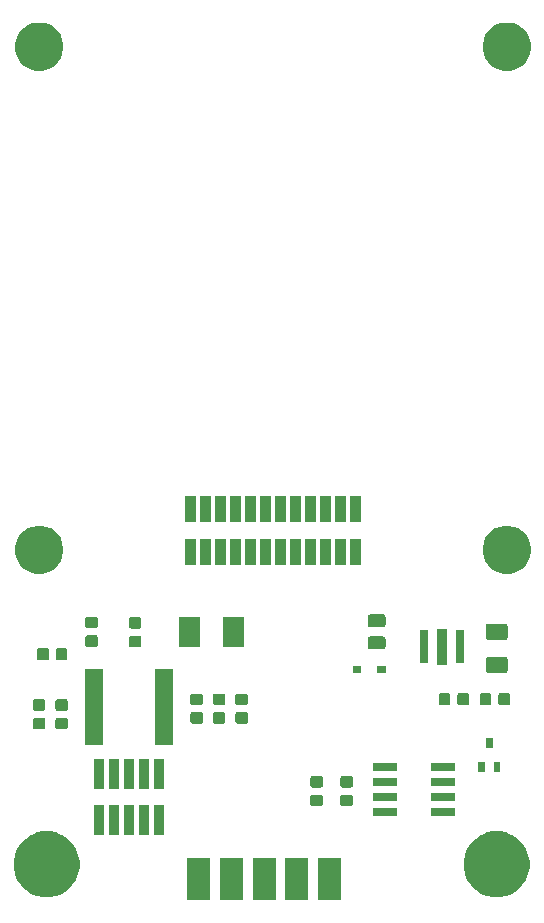
<source format=gbr>
G04 #@! TF.GenerationSoftware,KiCad,Pcbnew,(5.1.2)-1*
G04 #@! TF.CreationDate,2019-06-16T12:12:28+02:00*
G04 #@! TF.ProjectId,STM32CAN,53544d33-3243-4414-9e2e-6b696361645f,rev?*
G04 #@! TF.SameCoordinates,Original*
G04 #@! TF.FileFunction,Soldermask,Top*
G04 #@! TF.FilePolarity,Negative*
%FSLAX46Y46*%
G04 Gerber Fmt 4.6, Leading zero omitted, Abs format (unit mm)*
G04 Created by KiCad (PCBNEW (5.1.2)-1) date 2019-06-16 12:12:28*
%MOMM*%
%LPD*%
G04 APERTURE LIST*
%ADD10C,0.100000*%
G04 APERTURE END LIST*
D10*
G36*
X44614333Y-91326000D02*
G01*
X42665667Y-91326000D01*
X42665667Y-87744000D01*
X44614333Y-87744000D01*
X44614333Y-91326000D01*
X44614333Y-91326000D01*
G37*
G36*
X41844333Y-91326000D02*
G01*
X39895667Y-91326000D01*
X39895667Y-87744000D01*
X41844333Y-87744000D01*
X41844333Y-91326000D01*
X41844333Y-91326000D01*
G37*
G36*
X39074333Y-91326000D02*
G01*
X37125667Y-91326000D01*
X37125667Y-87744000D01*
X39074333Y-87744000D01*
X39074333Y-91326000D01*
X39074333Y-91326000D01*
G37*
G36*
X33534333Y-91326000D02*
G01*
X31585667Y-91326000D01*
X31585667Y-87744000D01*
X33534333Y-87744000D01*
X33534333Y-91326000D01*
X33534333Y-91326000D01*
G37*
G36*
X36304333Y-91326000D02*
G01*
X34355667Y-91326000D01*
X34355667Y-87744000D01*
X36304333Y-87744000D01*
X36304333Y-91326000D01*
X36304333Y-91326000D01*
G37*
G36*
X20502021Y-85571640D02*
G01*
X20935033Y-85751000D01*
X21011771Y-85782786D01*
X21470534Y-86089321D01*
X21860679Y-86479466D01*
X22167214Y-86938229D01*
X22167215Y-86938231D01*
X22378360Y-87447979D01*
X22486000Y-87989124D01*
X22486000Y-88540876D01*
X22378360Y-89082021D01*
X22167215Y-89591769D01*
X22167214Y-89591771D01*
X21860679Y-90050534D01*
X21470534Y-90440679D01*
X21011771Y-90747214D01*
X21011770Y-90747215D01*
X21011769Y-90747215D01*
X20502021Y-90958360D01*
X19960876Y-91066000D01*
X19409124Y-91066000D01*
X18867979Y-90958360D01*
X18358231Y-90747215D01*
X18358230Y-90747215D01*
X18358229Y-90747214D01*
X17899466Y-90440679D01*
X17509321Y-90050534D01*
X17202786Y-89591771D01*
X17202785Y-89591769D01*
X16991640Y-89082021D01*
X16884000Y-88540876D01*
X16884000Y-87989124D01*
X16991640Y-87447979D01*
X17202785Y-86938231D01*
X17202786Y-86938229D01*
X17509321Y-86479466D01*
X17899466Y-86089321D01*
X18358229Y-85782786D01*
X18434967Y-85751000D01*
X18867979Y-85571640D01*
X19409124Y-85464000D01*
X19960876Y-85464000D01*
X20502021Y-85571640D01*
X20502021Y-85571640D01*
G37*
G36*
X58602021Y-85571640D02*
G01*
X59035033Y-85751000D01*
X59111771Y-85782786D01*
X59570534Y-86089321D01*
X59960679Y-86479466D01*
X60267214Y-86938229D01*
X60267215Y-86938231D01*
X60478360Y-87447979D01*
X60586000Y-87989124D01*
X60586000Y-88540876D01*
X60478360Y-89082021D01*
X60267215Y-89591769D01*
X60267214Y-89591771D01*
X59960679Y-90050534D01*
X59570534Y-90440679D01*
X59111771Y-90747214D01*
X59111770Y-90747215D01*
X59111769Y-90747215D01*
X58602021Y-90958360D01*
X58060876Y-91066000D01*
X57509124Y-91066000D01*
X56967979Y-90958360D01*
X56458231Y-90747215D01*
X56458230Y-90747215D01*
X56458229Y-90747214D01*
X55999466Y-90440679D01*
X55609321Y-90050534D01*
X55302786Y-89591771D01*
X55302785Y-89591769D01*
X55091640Y-89082021D01*
X54984000Y-88540876D01*
X54984000Y-87989124D01*
X55091640Y-87447979D01*
X55302785Y-86938231D01*
X55302786Y-86938229D01*
X55609321Y-86479466D01*
X55999466Y-86089321D01*
X56458229Y-85782786D01*
X56534967Y-85751000D01*
X56967979Y-85571640D01*
X57509124Y-85464000D01*
X58060876Y-85464000D01*
X58602021Y-85571640D01*
X58602021Y-85571640D01*
G37*
G36*
X28361000Y-85751000D02*
G01*
X27519000Y-85751000D01*
X27519000Y-83249000D01*
X28361000Y-83249000D01*
X28361000Y-85751000D01*
X28361000Y-85751000D01*
G37*
G36*
X29631000Y-85751000D02*
G01*
X28789000Y-85751000D01*
X28789000Y-83249000D01*
X29631000Y-83249000D01*
X29631000Y-85751000D01*
X29631000Y-85751000D01*
G37*
G36*
X24551000Y-85751000D02*
G01*
X23709000Y-85751000D01*
X23709000Y-83249000D01*
X24551000Y-83249000D01*
X24551000Y-85751000D01*
X24551000Y-85751000D01*
G37*
G36*
X25821000Y-85751000D02*
G01*
X24979000Y-85751000D01*
X24979000Y-83249000D01*
X25821000Y-83249000D01*
X25821000Y-85751000D01*
X25821000Y-85751000D01*
G37*
G36*
X27091000Y-85751000D02*
G01*
X26249000Y-85751000D01*
X26249000Y-83249000D01*
X27091000Y-83249000D01*
X27091000Y-85751000D01*
X27091000Y-85751000D01*
G37*
G36*
X49259928Y-83471764D02*
G01*
X49281009Y-83478160D01*
X49300445Y-83488548D01*
X49317476Y-83502524D01*
X49331452Y-83519555D01*
X49341840Y-83538991D01*
X49348236Y-83560072D01*
X49351000Y-83588140D01*
X49351000Y-84051860D01*
X49348236Y-84079928D01*
X49341840Y-84101009D01*
X49331452Y-84120445D01*
X49317476Y-84137476D01*
X49300445Y-84151452D01*
X49281009Y-84161840D01*
X49259928Y-84168236D01*
X49231860Y-84171000D01*
X47418140Y-84171000D01*
X47390072Y-84168236D01*
X47368991Y-84161840D01*
X47349555Y-84151452D01*
X47332524Y-84137476D01*
X47318548Y-84120445D01*
X47308160Y-84101009D01*
X47301764Y-84079928D01*
X47299000Y-84051860D01*
X47299000Y-83588140D01*
X47301764Y-83560072D01*
X47308160Y-83538991D01*
X47318548Y-83519555D01*
X47332524Y-83502524D01*
X47349555Y-83488548D01*
X47368991Y-83478160D01*
X47390072Y-83471764D01*
X47418140Y-83469000D01*
X49231860Y-83469000D01*
X49259928Y-83471764D01*
X49259928Y-83471764D01*
G37*
G36*
X54209928Y-83471764D02*
G01*
X54231009Y-83478160D01*
X54250445Y-83488548D01*
X54267476Y-83502524D01*
X54281452Y-83519555D01*
X54291840Y-83538991D01*
X54298236Y-83560072D01*
X54301000Y-83588140D01*
X54301000Y-84051860D01*
X54298236Y-84079928D01*
X54291840Y-84101009D01*
X54281452Y-84120445D01*
X54267476Y-84137476D01*
X54250445Y-84151452D01*
X54231009Y-84161840D01*
X54209928Y-84168236D01*
X54181860Y-84171000D01*
X52368140Y-84171000D01*
X52340072Y-84168236D01*
X52318991Y-84161840D01*
X52299555Y-84151452D01*
X52282524Y-84137476D01*
X52268548Y-84120445D01*
X52258160Y-84101009D01*
X52251764Y-84079928D01*
X52249000Y-84051860D01*
X52249000Y-83588140D01*
X52251764Y-83560072D01*
X52258160Y-83538991D01*
X52268548Y-83519555D01*
X52282524Y-83502524D01*
X52299555Y-83488548D01*
X52318991Y-83478160D01*
X52340072Y-83471764D01*
X52368140Y-83469000D01*
X54181860Y-83469000D01*
X54209928Y-83471764D01*
X54209928Y-83471764D01*
G37*
G36*
X42924591Y-82370585D02*
G01*
X42958569Y-82380893D01*
X42989890Y-82397634D01*
X43017339Y-82420161D01*
X43039866Y-82447610D01*
X43056607Y-82478931D01*
X43066915Y-82512909D01*
X43071000Y-82554390D01*
X43071000Y-83155610D01*
X43066915Y-83197091D01*
X43056607Y-83231069D01*
X43039866Y-83262390D01*
X43017339Y-83289839D01*
X42989890Y-83312366D01*
X42958569Y-83329107D01*
X42924591Y-83339415D01*
X42883110Y-83343500D01*
X42206890Y-83343500D01*
X42165409Y-83339415D01*
X42131431Y-83329107D01*
X42100110Y-83312366D01*
X42072661Y-83289839D01*
X42050134Y-83262390D01*
X42033393Y-83231069D01*
X42023085Y-83197091D01*
X42019000Y-83155610D01*
X42019000Y-82554390D01*
X42023085Y-82512909D01*
X42033393Y-82478931D01*
X42050134Y-82447610D01*
X42072661Y-82420161D01*
X42100110Y-82397634D01*
X42131431Y-82380893D01*
X42165409Y-82370585D01*
X42206890Y-82366500D01*
X42883110Y-82366500D01*
X42924591Y-82370585D01*
X42924591Y-82370585D01*
G37*
G36*
X45464591Y-82370585D02*
G01*
X45498569Y-82380893D01*
X45529890Y-82397634D01*
X45557339Y-82420161D01*
X45579866Y-82447610D01*
X45596607Y-82478931D01*
X45606915Y-82512909D01*
X45611000Y-82554390D01*
X45611000Y-83155610D01*
X45606915Y-83197091D01*
X45596607Y-83231069D01*
X45579866Y-83262390D01*
X45557339Y-83289839D01*
X45529890Y-83312366D01*
X45498569Y-83329107D01*
X45464591Y-83339415D01*
X45423110Y-83343500D01*
X44746890Y-83343500D01*
X44705409Y-83339415D01*
X44671431Y-83329107D01*
X44640110Y-83312366D01*
X44612661Y-83289839D01*
X44590134Y-83262390D01*
X44573393Y-83231069D01*
X44563085Y-83197091D01*
X44559000Y-83155610D01*
X44559000Y-82554390D01*
X44563085Y-82512909D01*
X44573393Y-82478931D01*
X44590134Y-82447610D01*
X44612661Y-82420161D01*
X44640110Y-82397634D01*
X44671431Y-82380893D01*
X44705409Y-82370585D01*
X44746890Y-82366500D01*
X45423110Y-82366500D01*
X45464591Y-82370585D01*
X45464591Y-82370585D01*
G37*
G36*
X49259928Y-82201764D02*
G01*
X49281009Y-82208160D01*
X49300445Y-82218548D01*
X49317476Y-82232524D01*
X49331452Y-82249555D01*
X49341840Y-82268991D01*
X49348236Y-82290072D01*
X49351000Y-82318140D01*
X49351000Y-82781860D01*
X49348236Y-82809928D01*
X49341840Y-82831009D01*
X49331452Y-82850445D01*
X49317476Y-82867476D01*
X49300445Y-82881452D01*
X49281009Y-82891840D01*
X49259928Y-82898236D01*
X49231860Y-82901000D01*
X47418140Y-82901000D01*
X47390072Y-82898236D01*
X47368991Y-82891840D01*
X47349555Y-82881452D01*
X47332524Y-82867476D01*
X47318548Y-82850445D01*
X47308160Y-82831009D01*
X47301764Y-82809928D01*
X47299000Y-82781860D01*
X47299000Y-82318140D01*
X47301764Y-82290072D01*
X47308160Y-82268991D01*
X47318548Y-82249555D01*
X47332524Y-82232524D01*
X47349555Y-82218548D01*
X47368991Y-82208160D01*
X47390072Y-82201764D01*
X47418140Y-82199000D01*
X49231860Y-82199000D01*
X49259928Y-82201764D01*
X49259928Y-82201764D01*
G37*
G36*
X54209928Y-82201764D02*
G01*
X54231009Y-82208160D01*
X54250445Y-82218548D01*
X54267476Y-82232524D01*
X54281452Y-82249555D01*
X54291840Y-82268991D01*
X54298236Y-82290072D01*
X54301000Y-82318140D01*
X54301000Y-82781860D01*
X54298236Y-82809928D01*
X54291840Y-82831009D01*
X54281452Y-82850445D01*
X54267476Y-82867476D01*
X54250445Y-82881452D01*
X54231009Y-82891840D01*
X54209928Y-82898236D01*
X54181860Y-82901000D01*
X52368140Y-82901000D01*
X52340072Y-82898236D01*
X52318991Y-82891840D01*
X52299555Y-82881452D01*
X52282524Y-82867476D01*
X52268548Y-82850445D01*
X52258160Y-82831009D01*
X52251764Y-82809928D01*
X52249000Y-82781860D01*
X52249000Y-82318140D01*
X52251764Y-82290072D01*
X52258160Y-82268991D01*
X52268548Y-82249555D01*
X52282524Y-82232524D01*
X52299555Y-82218548D01*
X52318991Y-82208160D01*
X52340072Y-82201764D01*
X52368140Y-82199000D01*
X54181860Y-82199000D01*
X54209928Y-82201764D01*
X54209928Y-82201764D01*
G37*
G36*
X24551000Y-81851000D02*
G01*
X23709000Y-81851000D01*
X23709000Y-79349000D01*
X24551000Y-79349000D01*
X24551000Y-81851000D01*
X24551000Y-81851000D01*
G37*
G36*
X25821000Y-81851000D02*
G01*
X24979000Y-81851000D01*
X24979000Y-79349000D01*
X25821000Y-79349000D01*
X25821000Y-81851000D01*
X25821000Y-81851000D01*
G37*
G36*
X27091000Y-81851000D02*
G01*
X26249000Y-81851000D01*
X26249000Y-79349000D01*
X27091000Y-79349000D01*
X27091000Y-81851000D01*
X27091000Y-81851000D01*
G37*
G36*
X28361000Y-81851000D02*
G01*
X27519000Y-81851000D01*
X27519000Y-79349000D01*
X28361000Y-79349000D01*
X28361000Y-81851000D01*
X28361000Y-81851000D01*
G37*
G36*
X29631000Y-81851000D02*
G01*
X28789000Y-81851000D01*
X28789000Y-79349000D01*
X29631000Y-79349000D01*
X29631000Y-81851000D01*
X29631000Y-81851000D01*
G37*
G36*
X42924591Y-80795585D02*
G01*
X42958569Y-80805893D01*
X42989890Y-80822634D01*
X43017339Y-80845161D01*
X43039866Y-80872610D01*
X43056607Y-80903931D01*
X43066915Y-80937909D01*
X43071000Y-80979390D01*
X43071000Y-81580610D01*
X43066915Y-81622091D01*
X43056607Y-81656069D01*
X43039866Y-81687390D01*
X43017339Y-81714839D01*
X42989890Y-81737366D01*
X42958569Y-81754107D01*
X42924591Y-81764415D01*
X42883110Y-81768500D01*
X42206890Y-81768500D01*
X42165409Y-81764415D01*
X42131431Y-81754107D01*
X42100110Y-81737366D01*
X42072661Y-81714839D01*
X42050134Y-81687390D01*
X42033393Y-81656069D01*
X42023085Y-81622091D01*
X42019000Y-81580610D01*
X42019000Y-80979390D01*
X42023085Y-80937909D01*
X42033393Y-80903931D01*
X42050134Y-80872610D01*
X42072661Y-80845161D01*
X42100110Y-80822634D01*
X42131431Y-80805893D01*
X42165409Y-80795585D01*
X42206890Y-80791500D01*
X42883110Y-80791500D01*
X42924591Y-80795585D01*
X42924591Y-80795585D01*
G37*
G36*
X45464591Y-80795585D02*
G01*
X45498569Y-80805893D01*
X45529890Y-80822634D01*
X45557339Y-80845161D01*
X45579866Y-80872610D01*
X45596607Y-80903931D01*
X45606915Y-80937909D01*
X45611000Y-80979390D01*
X45611000Y-81580610D01*
X45606915Y-81622091D01*
X45596607Y-81656069D01*
X45579866Y-81687390D01*
X45557339Y-81714839D01*
X45529890Y-81737366D01*
X45498569Y-81754107D01*
X45464591Y-81764415D01*
X45423110Y-81768500D01*
X44746890Y-81768500D01*
X44705409Y-81764415D01*
X44671431Y-81754107D01*
X44640110Y-81737366D01*
X44612661Y-81714839D01*
X44590134Y-81687390D01*
X44573393Y-81656069D01*
X44563085Y-81622091D01*
X44559000Y-81580610D01*
X44559000Y-80979390D01*
X44563085Y-80937909D01*
X44573393Y-80903931D01*
X44590134Y-80872610D01*
X44612661Y-80845161D01*
X44640110Y-80822634D01*
X44671431Y-80805893D01*
X44705409Y-80795585D01*
X44746890Y-80791500D01*
X45423110Y-80791500D01*
X45464591Y-80795585D01*
X45464591Y-80795585D01*
G37*
G36*
X49259928Y-80931764D02*
G01*
X49281009Y-80938160D01*
X49300445Y-80948548D01*
X49317476Y-80962524D01*
X49331452Y-80979555D01*
X49341840Y-80998991D01*
X49348236Y-81020072D01*
X49351000Y-81048140D01*
X49351000Y-81511860D01*
X49348236Y-81539928D01*
X49341840Y-81561009D01*
X49331452Y-81580445D01*
X49317476Y-81597476D01*
X49300445Y-81611452D01*
X49281009Y-81621840D01*
X49259928Y-81628236D01*
X49231860Y-81631000D01*
X47418140Y-81631000D01*
X47390072Y-81628236D01*
X47368991Y-81621840D01*
X47349555Y-81611452D01*
X47332524Y-81597476D01*
X47318548Y-81580445D01*
X47308160Y-81561009D01*
X47301764Y-81539928D01*
X47299000Y-81511860D01*
X47299000Y-81048140D01*
X47301764Y-81020072D01*
X47308160Y-80998991D01*
X47318548Y-80979555D01*
X47332524Y-80962524D01*
X47349555Y-80948548D01*
X47368991Y-80938160D01*
X47390072Y-80931764D01*
X47418140Y-80929000D01*
X49231860Y-80929000D01*
X49259928Y-80931764D01*
X49259928Y-80931764D01*
G37*
G36*
X54209928Y-80931764D02*
G01*
X54231009Y-80938160D01*
X54250445Y-80948548D01*
X54267476Y-80962524D01*
X54281452Y-80979555D01*
X54291840Y-80998991D01*
X54298236Y-81020072D01*
X54301000Y-81048140D01*
X54301000Y-81511860D01*
X54298236Y-81539928D01*
X54291840Y-81561009D01*
X54281452Y-81580445D01*
X54267476Y-81597476D01*
X54250445Y-81611452D01*
X54231009Y-81621840D01*
X54209928Y-81628236D01*
X54181860Y-81631000D01*
X52368140Y-81631000D01*
X52340072Y-81628236D01*
X52318991Y-81621840D01*
X52299555Y-81611452D01*
X52282524Y-81597476D01*
X52268548Y-81580445D01*
X52258160Y-81561009D01*
X52251764Y-81539928D01*
X52249000Y-81511860D01*
X52249000Y-81048140D01*
X52251764Y-81020072D01*
X52258160Y-80998991D01*
X52268548Y-80979555D01*
X52282524Y-80962524D01*
X52299555Y-80948548D01*
X52318991Y-80938160D01*
X52340072Y-80931764D01*
X52368140Y-80929000D01*
X54181860Y-80929000D01*
X54209928Y-80931764D01*
X54209928Y-80931764D01*
G37*
G36*
X58091000Y-80411000D02*
G01*
X57539000Y-80411000D01*
X57539000Y-79609000D01*
X58091000Y-79609000D01*
X58091000Y-80411000D01*
X58091000Y-80411000D01*
G37*
G36*
X56791000Y-80411000D02*
G01*
X56239000Y-80411000D01*
X56239000Y-79609000D01*
X56791000Y-79609000D01*
X56791000Y-80411000D01*
X56791000Y-80411000D01*
G37*
G36*
X49259928Y-79661764D02*
G01*
X49281009Y-79668160D01*
X49300445Y-79678548D01*
X49317476Y-79692524D01*
X49331452Y-79709555D01*
X49341840Y-79728991D01*
X49348236Y-79750072D01*
X49351000Y-79778140D01*
X49351000Y-80241860D01*
X49348236Y-80269928D01*
X49341840Y-80291009D01*
X49331452Y-80310445D01*
X49317476Y-80327476D01*
X49300445Y-80341452D01*
X49281009Y-80351840D01*
X49259928Y-80358236D01*
X49231860Y-80361000D01*
X47418140Y-80361000D01*
X47390072Y-80358236D01*
X47368991Y-80351840D01*
X47349555Y-80341452D01*
X47332524Y-80327476D01*
X47318548Y-80310445D01*
X47308160Y-80291009D01*
X47301764Y-80269928D01*
X47299000Y-80241860D01*
X47299000Y-79778140D01*
X47301764Y-79750072D01*
X47308160Y-79728991D01*
X47318548Y-79709555D01*
X47332524Y-79692524D01*
X47349555Y-79678548D01*
X47368991Y-79668160D01*
X47390072Y-79661764D01*
X47418140Y-79659000D01*
X49231860Y-79659000D01*
X49259928Y-79661764D01*
X49259928Y-79661764D01*
G37*
G36*
X54209928Y-79661764D02*
G01*
X54231009Y-79668160D01*
X54250445Y-79678548D01*
X54267476Y-79692524D01*
X54281452Y-79709555D01*
X54291840Y-79728991D01*
X54298236Y-79750072D01*
X54301000Y-79778140D01*
X54301000Y-80241860D01*
X54298236Y-80269928D01*
X54291840Y-80291009D01*
X54281452Y-80310445D01*
X54267476Y-80327476D01*
X54250445Y-80341452D01*
X54231009Y-80351840D01*
X54209928Y-80358236D01*
X54181860Y-80361000D01*
X52368140Y-80361000D01*
X52340072Y-80358236D01*
X52318991Y-80351840D01*
X52299555Y-80341452D01*
X52282524Y-80327476D01*
X52268548Y-80310445D01*
X52258160Y-80291009D01*
X52251764Y-80269928D01*
X52249000Y-80241860D01*
X52249000Y-79778140D01*
X52251764Y-79750072D01*
X52258160Y-79728991D01*
X52268548Y-79709555D01*
X52282524Y-79692524D01*
X52299555Y-79678548D01*
X52318991Y-79668160D01*
X52340072Y-79661764D01*
X52368140Y-79659000D01*
X54181860Y-79659000D01*
X54209928Y-79661764D01*
X54209928Y-79661764D01*
G37*
G36*
X57441000Y-78411000D02*
G01*
X56889000Y-78411000D01*
X56889000Y-77609000D01*
X57441000Y-77609000D01*
X57441000Y-78411000D01*
X57441000Y-78411000D01*
G37*
G36*
X30396000Y-78131000D02*
G01*
X28844000Y-78131000D01*
X28844000Y-71729000D01*
X30396000Y-71729000D01*
X30396000Y-78131000D01*
X30396000Y-78131000D01*
G37*
G36*
X24496000Y-78131000D02*
G01*
X22944000Y-78131000D01*
X22944000Y-71729000D01*
X24496000Y-71729000D01*
X24496000Y-78131000D01*
X24496000Y-78131000D01*
G37*
G36*
X21334591Y-75868085D02*
G01*
X21368569Y-75878393D01*
X21399890Y-75895134D01*
X21427339Y-75917661D01*
X21449866Y-75945110D01*
X21466607Y-75976431D01*
X21476915Y-76010409D01*
X21481000Y-76051890D01*
X21481000Y-76653110D01*
X21476915Y-76694591D01*
X21466607Y-76728569D01*
X21449866Y-76759890D01*
X21427339Y-76787339D01*
X21399890Y-76809866D01*
X21368569Y-76826607D01*
X21334591Y-76836915D01*
X21293110Y-76841000D01*
X20616890Y-76841000D01*
X20575409Y-76836915D01*
X20541431Y-76826607D01*
X20510110Y-76809866D01*
X20482661Y-76787339D01*
X20460134Y-76759890D01*
X20443393Y-76728569D01*
X20433085Y-76694591D01*
X20429000Y-76653110D01*
X20429000Y-76051890D01*
X20433085Y-76010409D01*
X20443393Y-75976431D01*
X20460134Y-75945110D01*
X20482661Y-75917661D01*
X20510110Y-75895134D01*
X20541431Y-75878393D01*
X20575409Y-75868085D01*
X20616890Y-75864000D01*
X21293110Y-75864000D01*
X21334591Y-75868085D01*
X21334591Y-75868085D01*
G37*
G36*
X19429591Y-75868085D02*
G01*
X19463569Y-75878393D01*
X19494890Y-75895134D01*
X19522339Y-75917661D01*
X19544866Y-75945110D01*
X19561607Y-75976431D01*
X19571915Y-76010409D01*
X19576000Y-76051890D01*
X19576000Y-76653110D01*
X19571915Y-76694591D01*
X19561607Y-76728569D01*
X19544866Y-76759890D01*
X19522339Y-76787339D01*
X19494890Y-76809866D01*
X19463569Y-76826607D01*
X19429591Y-76836915D01*
X19388110Y-76841000D01*
X18711890Y-76841000D01*
X18670409Y-76836915D01*
X18636431Y-76826607D01*
X18605110Y-76809866D01*
X18577661Y-76787339D01*
X18555134Y-76759890D01*
X18538393Y-76728569D01*
X18528085Y-76694591D01*
X18524000Y-76653110D01*
X18524000Y-76051890D01*
X18528085Y-76010409D01*
X18538393Y-75976431D01*
X18555134Y-75945110D01*
X18577661Y-75917661D01*
X18605110Y-75895134D01*
X18636431Y-75878393D01*
X18670409Y-75868085D01*
X18711890Y-75864000D01*
X19388110Y-75864000D01*
X19429591Y-75868085D01*
X19429591Y-75868085D01*
G37*
G36*
X36574591Y-75385585D02*
G01*
X36608569Y-75395893D01*
X36639890Y-75412634D01*
X36667339Y-75435161D01*
X36689866Y-75462610D01*
X36706607Y-75493931D01*
X36716915Y-75527909D01*
X36721000Y-75569390D01*
X36721000Y-76170610D01*
X36716915Y-76212091D01*
X36706607Y-76246069D01*
X36689866Y-76277390D01*
X36667339Y-76304839D01*
X36639890Y-76327366D01*
X36608569Y-76344107D01*
X36574591Y-76354415D01*
X36533110Y-76358500D01*
X35856890Y-76358500D01*
X35815409Y-76354415D01*
X35781431Y-76344107D01*
X35750110Y-76327366D01*
X35722661Y-76304839D01*
X35700134Y-76277390D01*
X35683393Y-76246069D01*
X35673085Y-76212091D01*
X35669000Y-76170610D01*
X35669000Y-75569390D01*
X35673085Y-75527909D01*
X35683393Y-75493931D01*
X35700134Y-75462610D01*
X35722661Y-75435161D01*
X35750110Y-75412634D01*
X35781431Y-75395893D01*
X35815409Y-75385585D01*
X35856890Y-75381500D01*
X36533110Y-75381500D01*
X36574591Y-75385585D01*
X36574591Y-75385585D01*
G37*
G36*
X32764591Y-75385585D02*
G01*
X32798569Y-75395893D01*
X32829890Y-75412634D01*
X32857339Y-75435161D01*
X32879866Y-75462610D01*
X32896607Y-75493931D01*
X32906915Y-75527909D01*
X32911000Y-75569390D01*
X32911000Y-76170610D01*
X32906915Y-76212091D01*
X32896607Y-76246069D01*
X32879866Y-76277390D01*
X32857339Y-76304839D01*
X32829890Y-76327366D01*
X32798569Y-76344107D01*
X32764591Y-76354415D01*
X32723110Y-76358500D01*
X32046890Y-76358500D01*
X32005409Y-76354415D01*
X31971431Y-76344107D01*
X31940110Y-76327366D01*
X31912661Y-76304839D01*
X31890134Y-76277390D01*
X31873393Y-76246069D01*
X31863085Y-76212091D01*
X31859000Y-76170610D01*
X31859000Y-75569390D01*
X31863085Y-75527909D01*
X31873393Y-75493931D01*
X31890134Y-75462610D01*
X31912661Y-75435161D01*
X31940110Y-75412634D01*
X31971431Y-75395893D01*
X32005409Y-75385585D01*
X32046890Y-75381500D01*
X32723110Y-75381500D01*
X32764591Y-75385585D01*
X32764591Y-75385585D01*
G37*
G36*
X34669591Y-75385585D02*
G01*
X34703569Y-75395893D01*
X34734890Y-75412634D01*
X34762339Y-75435161D01*
X34784866Y-75462610D01*
X34801607Y-75493931D01*
X34811915Y-75527909D01*
X34816000Y-75569390D01*
X34816000Y-76170610D01*
X34811915Y-76212091D01*
X34801607Y-76246069D01*
X34784866Y-76277390D01*
X34762339Y-76304839D01*
X34734890Y-76327366D01*
X34703569Y-76344107D01*
X34669591Y-76354415D01*
X34628110Y-76358500D01*
X33951890Y-76358500D01*
X33910409Y-76354415D01*
X33876431Y-76344107D01*
X33845110Y-76327366D01*
X33817661Y-76304839D01*
X33795134Y-76277390D01*
X33778393Y-76246069D01*
X33768085Y-76212091D01*
X33764000Y-76170610D01*
X33764000Y-75569390D01*
X33768085Y-75527909D01*
X33778393Y-75493931D01*
X33795134Y-75462610D01*
X33817661Y-75435161D01*
X33845110Y-75412634D01*
X33876431Y-75395893D01*
X33910409Y-75385585D01*
X33951890Y-75381500D01*
X34628110Y-75381500D01*
X34669591Y-75385585D01*
X34669591Y-75385585D01*
G37*
G36*
X21334591Y-74293085D02*
G01*
X21368569Y-74303393D01*
X21399890Y-74320134D01*
X21427339Y-74342661D01*
X21449866Y-74370110D01*
X21466607Y-74401431D01*
X21476915Y-74435409D01*
X21481000Y-74476890D01*
X21481000Y-75078110D01*
X21476915Y-75119591D01*
X21466607Y-75153569D01*
X21449866Y-75184890D01*
X21427339Y-75212339D01*
X21399890Y-75234866D01*
X21368569Y-75251607D01*
X21334591Y-75261915D01*
X21293110Y-75266000D01*
X20616890Y-75266000D01*
X20575409Y-75261915D01*
X20541431Y-75251607D01*
X20510110Y-75234866D01*
X20482661Y-75212339D01*
X20460134Y-75184890D01*
X20443393Y-75153569D01*
X20433085Y-75119591D01*
X20429000Y-75078110D01*
X20429000Y-74476890D01*
X20433085Y-74435409D01*
X20443393Y-74401431D01*
X20460134Y-74370110D01*
X20482661Y-74342661D01*
X20510110Y-74320134D01*
X20541431Y-74303393D01*
X20575409Y-74293085D01*
X20616890Y-74289000D01*
X21293110Y-74289000D01*
X21334591Y-74293085D01*
X21334591Y-74293085D01*
G37*
G36*
X19429591Y-74293085D02*
G01*
X19463569Y-74303393D01*
X19494890Y-74320134D01*
X19522339Y-74342661D01*
X19544866Y-74370110D01*
X19561607Y-74401431D01*
X19571915Y-74435409D01*
X19576000Y-74476890D01*
X19576000Y-75078110D01*
X19571915Y-75119591D01*
X19561607Y-75153569D01*
X19544866Y-75184890D01*
X19522339Y-75212339D01*
X19494890Y-75234866D01*
X19463569Y-75251607D01*
X19429591Y-75261915D01*
X19388110Y-75266000D01*
X18711890Y-75266000D01*
X18670409Y-75261915D01*
X18636431Y-75251607D01*
X18605110Y-75234866D01*
X18577661Y-75212339D01*
X18555134Y-75184890D01*
X18538393Y-75153569D01*
X18528085Y-75119591D01*
X18524000Y-75078110D01*
X18524000Y-74476890D01*
X18528085Y-74435409D01*
X18538393Y-74401431D01*
X18555134Y-74370110D01*
X18577661Y-74342661D01*
X18605110Y-74320134D01*
X18636431Y-74303393D01*
X18670409Y-74293085D01*
X18711890Y-74289000D01*
X19388110Y-74289000D01*
X19429591Y-74293085D01*
X19429591Y-74293085D01*
G37*
G36*
X53719591Y-73773085D02*
G01*
X53753569Y-73783393D01*
X53784890Y-73800134D01*
X53812339Y-73822661D01*
X53834866Y-73850110D01*
X53851607Y-73881431D01*
X53861915Y-73915409D01*
X53866000Y-73956890D01*
X53866000Y-74633110D01*
X53861915Y-74674591D01*
X53851607Y-74708569D01*
X53834866Y-74739890D01*
X53812339Y-74767339D01*
X53784890Y-74789866D01*
X53753569Y-74806607D01*
X53719591Y-74816915D01*
X53678110Y-74821000D01*
X53076890Y-74821000D01*
X53035409Y-74816915D01*
X53001431Y-74806607D01*
X52970110Y-74789866D01*
X52942661Y-74767339D01*
X52920134Y-74739890D01*
X52903393Y-74708569D01*
X52893085Y-74674591D01*
X52889000Y-74633110D01*
X52889000Y-73956890D01*
X52893085Y-73915409D01*
X52903393Y-73881431D01*
X52920134Y-73850110D01*
X52942661Y-73822661D01*
X52970110Y-73800134D01*
X53001431Y-73783393D01*
X53035409Y-73773085D01*
X53076890Y-73769000D01*
X53678110Y-73769000D01*
X53719591Y-73773085D01*
X53719591Y-73773085D01*
G37*
G36*
X55294591Y-73773085D02*
G01*
X55328569Y-73783393D01*
X55359890Y-73800134D01*
X55387339Y-73822661D01*
X55409866Y-73850110D01*
X55426607Y-73881431D01*
X55436915Y-73915409D01*
X55441000Y-73956890D01*
X55441000Y-74633110D01*
X55436915Y-74674591D01*
X55426607Y-74708569D01*
X55409866Y-74739890D01*
X55387339Y-74767339D01*
X55359890Y-74789866D01*
X55328569Y-74806607D01*
X55294591Y-74816915D01*
X55253110Y-74821000D01*
X54651890Y-74821000D01*
X54610409Y-74816915D01*
X54576431Y-74806607D01*
X54545110Y-74789866D01*
X54517661Y-74767339D01*
X54495134Y-74739890D01*
X54478393Y-74708569D01*
X54468085Y-74674591D01*
X54464000Y-74633110D01*
X54464000Y-73956890D01*
X54468085Y-73915409D01*
X54478393Y-73881431D01*
X54495134Y-73850110D01*
X54517661Y-73822661D01*
X54545110Y-73800134D01*
X54576431Y-73783393D01*
X54610409Y-73773085D01*
X54651890Y-73769000D01*
X55253110Y-73769000D01*
X55294591Y-73773085D01*
X55294591Y-73773085D01*
G37*
G36*
X57187091Y-73773085D02*
G01*
X57221069Y-73783393D01*
X57252390Y-73800134D01*
X57279839Y-73822661D01*
X57302366Y-73850110D01*
X57319107Y-73881431D01*
X57329415Y-73915409D01*
X57333500Y-73956890D01*
X57333500Y-74633110D01*
X57329415Y-74674591D01*
X57319107Y-74708569D01*
X57302366Y-74739890D01*
X57279839Y-74767339D01*
X57252390Y-74789866D01*
X57221069Y-74806607D01*
X57187091Y-74816915D01*
X57145610Y-74821000D01*
X56544390Y-74821000D01*
X56502909Y-74816915D01*
X56468931Y-74806607D01*
X56437610Y-74789866D01*
X56410161Y-74767339D01*
X56387634Y-74739890D01*
X56370893Y-74708569D01*
X56360585Y-74674591D01*
X56356500Y-74633110D01*
X56356500Y-73956890D01*
X56360585Y-73915409D01*
X56370893Y-73881431D01*
X56387634Y-73850110D01*
X56410161Y-73822661D01*
X56437610Y-73800134D01*
X56468931Y-73783393D01*
X56502909Y-73773085D01*
X56544390Y-73769000D01*
X57145610Y-73769000D01*
X57187091Y-73773085D01*
X57187091Y-73773085D01*
G37*
G36*
X58762091Y-73773085D02*
G01*
X58796069Y-73783393D01*
X58827390Y-73800134D01*
X58854839Y-73822661D01*
X58877366Y-73850110D01*
X58894107Y-73881431D01*
X58904415Y-73915409D01*
X58908500Y-73956890D01*
X58908500Y-74633110D01*
X58904415Y-74674591D01*
X58894107Y-74708569D01*
X58877366Y-74739890D01*
X58854839Y-74767339D01*
X58827390Y-74789866D01*
X58796069Y-74806607D01*
X58762091Y-74816915D01*
X58720610Y-74821000D01*
X58119390Y-74821000D01*
X58077909Y-74816915D01*
X58043931Y-74806607D01*
X58012610Y-74789866D01*
X57985161Y-74767339D01*
X57962634Y-74739890D01*
X57945893Y-74708569D01*
X57935585Y-74674591D01*
X57931500Y-74633110D01*
X57931500Y-73956890D01*
X57935585Y-73915409D01*
X57945893Y-73881431D01*
X57962634Y-73850110D01*
X57985161Y-73822661D01*
X58012610Y-73800134D01*
X58043931Y-73783393D01*
X58077909Y-73773085D01*
X58119390Y-73769000D01*
X58720610Y-73769000D01*
X58762091Y-73773085D01*
X58762091Y-73773085D01*
G37*
G36*
X36574591Y-73810585D02*
G01*
X36608569Y-73820893D01*
X36639890Y-73837634D01*
X36667339Y-73860161D01*
X36689866Y-73887610D01*
X36706607Y-73918931D01*
X36716915Y-73952909D01*
X36721000Y-73994390D01*
X36721000Y-74595610D01*
X36716915Y-74637091D01*
X36706607Y-74671069D01*
X36689866Y-74702390D01*
X36667339Y-74729839D01*
X36639890Y-74752366D01*
X36608569Y-74769107D01*
X36574591Y-74779415D01*
X36533110Y-74783500D01*
X35856890Y-74783500D01*
X35815409Y-74779415D01*
X35781431Y-74769107D01*
X35750110Y-74752366D01*
X35722661Y-74729839D01*
X35700134Y-74702390D01*
X35683393Y-74671069D01*
X35673085Y-74637091D01*
X35669000Y-74595610D01*
X35669000Y-73994390D01*
X35673085Y-73952909D01*
X35683393Y-73918931D01*
X35700134Y-73887610D01*
X35722661Y-73860161D01*
X35750110Y-73837634D01*
X35781431Y-73820893D01*
X35815409Y-73810585D01*
X35856890Y-73806500D01*
X36533110Y-73806500D01*
X36574591Y-73810585D01*
X36574591Y-73810585D01*
G37*
G36*
X32764591Y-73810585D02*
G01*
X32798569Y-73820893D01*
X32829890Y-73837634D01*
X32857339Y-73860161D01*
X32879866Y-73887610D01*
X32896607Y-73918931D01*
X32906915Y-73952909D01*
X32911000Y-73994390D01*
X32911000Y-74595610D01*
X32906915Y-74637091D01*
X32896607Y-74671069D01*
X32879866Y-74702390D01*
X32857339Y-74729839D01*
X32829890Y-74752366D01*
X32798569Y-74769107D01*
X32764591Y-74779415D01*
X32723110Y-74783500D01*
X32046890Y-74783500D01*
X32005409Y-74779415D01*
X31971431Y-74769107D01*
X31940110Y-74752366D01*
X31912661Y-74729839D01*
X31890134Y-74702390D01*
X31873393Y-74671069D01*
X31863085Y-74637091D01*
X31859000Y-74595610D01*
X31859000Y-73994390D01*
X31863085Y-73952909D01*
X31873393Y-73918931D01*
X31890134Y-73887610D01*
X31912661Y-73860161D01*
X31940110Y-73837634D01*
X31971431Y-73820893D01*
X32005409Y-73810585D01*
X32046890Y-73806500D01*
X32723110Y-73806500D01*
X32764591Y-73810585D01*
X32764591Y-73810585D01*
G37*
G36*
X34669591Y-73810585D02*
G01*
X34703569Y-73820893D01*
X34734890Y-73837634D01*
X34762339Y-73860161D01*
X34784866Y-73887610D01*
X34801607Y-73918931D01*
X34811915Y-73952909D01*
X34816000Y-73994390D01*
X34816000Y-74595610D01*
X34811915Y-74637091D01*
X34801607Y-74671069D01*
X34784866Y-74702390D01*
X34762339Y-74729839D01*
X34734890Y-74752366D01*
X34703569Y-74769107D01*
X34669591Y-74779415D01*
X34628110Y-74783500D01*
X33951890Y-74783500D01*
X33910409Y-74779415D01*
X33876431Y-74769107D01*
X33845110Y-74752366D01*
X33817661Y-74729839D01*
X33795134Y-74702390D01*
X33778393Y-74671069D01*
X33768085Y-74637091D01*
X33764000Y-74595610D01*
X33764000Y-73994390D01*
X33768085Y-73952909D01*
X33778393Y-73918931D01*
X33795134Y-73887610D01*
X33817661Y-73860161D01*
X33845110Y-73837634D01*
X33876431Y-73820893D01*
X33910409Y-73810585D01*
X33951890Y-73806500D01*
X34628110Y-73806500D01*
X34669591Y-73810585D01*
X34669591Y-73810585D01*
G37*
G36*
X58553604Y-70708347D02*
G01*
X58590144Y-70719432D01*
X58623821Y-70737433D01*
X58653341Y-70761659D01*
X58677567Y-70791179D01*
X58695568Y-70824856D01*
X58706653Y-70861396D01*
X58711000Y-70905538D01*
X58711000Y-71854462D01*
X58706653Y-71898604D01*
X58695568Y-71935144D01*
X58677567Y-71968821D01*
X58653341Y-71998341D01*
X58623821Y-72022567D01*
X58590144Y-72040568D01*
X58553604Y-72051653D01*
X58509462Y-72056000D01*
X57060538Y-72056000D01*
X57016396Y-72051653D01*
X56979856Y-72040568D01*
X56946179Y-72022567D01*
X56916659Y-71998341D01*
X56892433Y-71968821D01*
X56874432Y-71935144D01*
X56863347Y-71898604D01*
X56859000Y-71854462D01*
X56859000Y-70905538D01*
X56863347Y-70861396D01*
X56874432Y-70824856D01*
X56892433Y-70791179D01*
X56916659Y-70761659D01*
X56946179Y-70737433D01*
X56979856Y-70719432D01*
X57016396Y-70708347D01*
X57060538Y-70704000D01*
X58509462Y-70704000D01*
X58553604Y-70708347D01*
X58553604Y-70708347D01*
G37*
G36*
X46291000Y-72031000D02*
G01*
X45589000Y-72031000D01*
X45589000Y-71479000D01*
X46291000Y-71479000D01*
X46291000Y-72031000D01*
X46291000Y-72031000D01*
G37*
G36*
X48391000Y-72031000D02*
G01*
X47689000Y-72031000D01*
X47689000Y-71479000D01*
X48391000Y-71479000D01*
X48391000Y-72031000D01*
X48391000Y-72031000D01*
G37*
G36*
X53556000Y-71351000D02*
G01*
X52754000Y-71351000D01*
X52754000Y-68349000D01*
X53556000Y-68349000D01*
X53556000Y-71351000D01*
X53556000Y-71351000D01*
G37*
G36*
X55056000Y-71251000D02*
G01*
X54304000Y-71251000D01*
X54304000Y-68449000D01*
X55056000Y-68449000D01*
X55056000Y-71251000D01*
X55056000Y-71251000D01*
G37*
G36*
X52006000Y-71251000D02*
G01*
X51254000Y-71251000D01*
X51254000Y-68449000D01*
X52006000Y-68449000D01*
X52006000Y-71251000D01*
X52006000Y-71251000D01*
G37*
G36*
X21297091Y-69963085D02*
G01*
X21331069Y-69973393D01*
X21362390Y-69990134D01*
X21389839Y-70012661D01*
X21412366Y-70040110D01*
X21429107Y-70071431D01*
X21439415Y-70105409D01*
X21443500Y-70146890D01*
X21443500Y-70823110D01*
X21439415Y-70864591D01*
X21429107Y-70898569D01*
X21412366Y-70929890D01*
X21389839Y-70957339D01*
X21362390Y-70979866D01*
X21331069Y-70996607D01*
X21297091Y-71006915D01*
X21255610Y-71011000D01*
X20654390Y-71011000D01*
X20612909Y-71006915D01*
X20578931Y-70996607D01*
X20547610Y-70979866D01*
X20520161Y-70957339D01*
X20497634Y-70929890D01*
X20480893Y-70898569D01*
X20470585Y-70864591D01*
X20466500Y-70823110D01*
X20466500Y-70146890D01*
X20470585Y-70105409D01*
X20480893Y-70071431D01*
X20497634Y-70040110D01*
X20520161Y-70012661D01*
X20547610Y-69990134D01*
X20578931Y-69973393D01*
X20612909Y-69963085D01*
X20654390Y-69959000D01*
X21255610Y-69959000D01*
X21297091Y-69963085D01*
X21297091Y-69963085D01*
G37*
G36*
X19722091Y-69963085D02*
G01*
X19756069Y-69973393D01*
X19787390Y-69990134D01*
X19814839Y-70012661D01*
X19837366Y-70040110D01*
X19854107Y-70071431D01*
X19864415Y-70105409D01*
X19868500Y-70146890D01*
X19868500Y-70823110D01*
X19864415Y-70864591D01*
X19854107Y-70898569D01*
X19837366Y-70929890D01*
X19814839Y-70957339D01*
X19787390Y-70979866D01*
X19756069Y-70996607D01*
X19722091Y-71006915D01*
X19680610Y-71011000D01*
X19079390Y-71011000D01*
X19037909Y-71006915D01*
X19003931Y-70996607D01*
X18972610Y-70979866D01*
X18945161Y-70957339D01*
X18922634Y-70929890D01*
X18905893Y-70898569D01*
X18895585Y-70864591D01*
X18891500Y-70823110D01*
X18891500Y-70146890D01*
X18895585Y-70105409D01*
X18905893Y-70071431D01*
X18922634Y-70040110D01*
X18945161Y-70012661D01*
X18972610Y-69990134D01*
X19003931Y-69973393D01*
X19037909Y-69963085D01*
X19079390Y-69959000D01*
X19680610Y-69959000D01*
X19722091Y-69963085D01*
X19722091Y-69963085D01*
G37*
G36*
X48209468Y-68983565D02*
G01*
X48248138Y-68995296D01*
X48283777Y-69014346D01*
X48315017Y-69039983D01*
X48340654Y-69071223D01*
X48359704Y-69106862D01*
X48371435Y-69145532D01*
X48376000Y-69191888D01*
X48376000Y-69843112D01*
X48371435Y-69889468D01*
X48359704Y-69928138D01*
X48340654Y-69963777D01*
X48315017Y-69995017D01*
X48283777Y-70020654D01*
X48248138Y-70039704D01*
X48209468Y-70051435D01*
X48163112Y-70056000D01*
X47086888Y-70056000D01*
X47040532Y-70051435D01*
X47001862Y-70039704D01*
X46966223Y-70020654D01*
X46934983Y-69995017D01*
X46909346Y-69963777D01*
X46890296Y-69928138D01*
X46878565Y-69889468D01*
X46874000Y-69843112D01*
X46874000Y-69191888D01*
X46878565Y-69145532D01*
X46890296Y-69106862D01*
X46909346Y-69071223D01*
X46934983Y-69039983D01*
X46966223Y-69014346D01*
X47001862Y-68995296D01*
X47040532Y-68983565D01*
X47086888Y-68979000D01*
X48163112Y-68979000D01*
X48209468Y-68983565D01*
X48209468Y-68983565D01*
G37*
G36*
X27557591Y-68908585D02*
G01*
X27591569Y-68918893D01*
X27622890Y-68935634D01*
X27650339Y-68958161D01*
X27672866Y-68985610D01*
X27689607Y-69016931D01*
X27699915Y-69050909D01*
X27704000Y-69092390D01*
X27704000Y-69693610D01*
X27699915Y-69735091D01*
X27689607Y-69769069D01*
X27672866Y-69800390D01*
X27650339Y-69827839D01*
X27622890Y-69850366D01*
X27591569Y-69867107D01*
X27557591Y-69877415D01*
X27516110Y-69881500D01*
X26839890Y-69881500D01*
X26798409Y-69877415D01*
X26764431Y-69867107D01*
X26733110Y-69850366D01*
X26705661Y-69827839D01*
X26683134Y-69800390D01*
X26666393Y-69769069D01*
X26656085Y-69735091D01*
X26652000Y-69693610D01*
X26652000Y-69092390D01*
X26656085Y-69050909D01*
X26666393Y-69016931D01*
X26683134Y-68985610D01*
X26705661Y-68958161D01*
X26733110Y-68935634D01*
X26764431Y-68918893D01*
X26798409Y-68908585D01*
X26839890Y-68904500D01*
X27516110Y-68904500D01*
X27557591Y-68908585D01*
X27557591Y-68908585D01*
G37*
G36*
X23874591Y-68883085D02*
G01*
X23908569Y-68893393D01*
X23939890Y-68910134D01*
X23967339Y-68932661D01*
X23989866Y-68960110D01*
X24006607Y-68991431D01*
X24016915Y-69025409D01*
X24021000Y-69066890D01*
X24021000Y-69668110D01*
X24016915Y-69709591D01*
X24006607Y-69743569D01*
X23989866Y-69774890D01*
X23967339Y-69802339D01*
X23939890Y-69824866D01*
X23908569Y-69841607D01*
X23874591Y-69851915D01*
X23833110Y-69856000D01*
X23156890Y-69856000D01*
X23115409Y-69851915D01*
X23081431Y-69841607D01*
X23050110Y-69824866D01*
X23022661Y-69802339D01*
X23000134Y-69774890D01*
X22983393Y-69743569D01*
X22973085Y-69709591D01*
X22969000Y-69668110D01*
X22969000Y-69066890D01*
X22973085Y-69025409D01*
X22983393Y-68991431D01*
X23000134Y-68960110D01*
X23022661Y-68932661D01*
X23050110Y-68910134D01*
X23081431Y-68893393D01*
X23115409Y-68883085D01*
X23156890Y-68879000D01*
X23833110Y-68879000D01*
X23874591Y-68883085D01*
X23874591Y-68883085D01*
G37*
G36*
X32706000Y-69831000D02*
G01*
X30904000Y-69831000D01*
X30904000Y-67329000D01*
X32706000Y-67329000D01*
X32706000Y-69831000D01*
X32706000Y-69831000D01*
G37*
G36*
X36406000Y-69831000D02*
G01*
X34604000Y-69831000D01*
X34604000Y-67329000D01*
X36406000Y-67329000D01*
X36406000Y-69831000D01*
X36406000Y-69831000D01*
G37*
G36*
X58553604Y-67908347D02*
G01*
X58590144Y-67919432D01*
X58623821Y-67937433D01*
X58653341Y-67961659D01*
X58677567Y-67991179D01*
X58695568Y-68024856D01*
X58706653Y-68061396D01*
X58711000Y-68105538D01*
X58711000Y-69054462D01*
X58706653Y-69098604D01*
X58695568Y-69135144D01*
X58677567Y-69168821D01*
X58653341Y-69198341D01*
X58623821Y-69222567D01*
X58590144Y-69240568D01*
X58553604Y-69251653D01*
X58509462Y-69256000D01*
X57060538Y-69256000D01*
X57016396Y-69251653D01*
X56979856Y-69240568D01*
X56946179Y-69222567D01*
X56916659Y-69198341D01*
X56892433Y-69168821D01*
X56874432Y-69135144D01*
X56863347Y-69098604D01*
X56859000Y-69054462D01*
X56859000Y-68105538D01*
X56863347Y-68061396D01*
X56874432Y-68024856D01*
X56892433Y-67991179D01*
X56916659Y-67961659D01*
X56946179Y-67937433D01*
X56979856Y-67919432D01*
X57016396Y-67908347D01*
X57060538Y-67904000D01*
X58509462Y-67904000D01*
X58553604Y-67908347D01*
X58553604Y-67908347D01*
G37*
G36*
X27557591Y-67333585D02*
G01*
X27591569Y-67343893D01*
X27622890Y-67360634D01*
X27650339Y-67383161D01*
X27672866Y-67410610D01*
X27689607Y-67441931D01*
X27699915Y-67475909D01*
X27704000Y-67517390D01*
X27704000Y-68118610D01*
X27699915Y-68160091D01*
X27689607Y-68194069D01*
X27672866Y-68225390D01*
X27650339Y-68252839D01*
X27622890Y-68275366D01*
X27591569Y-68292107D01*
X27557591Y-68302415D01*
X27516110Y-68306500D01*
X26839890Y-68306500D01*
X26798409Y-68302415D01*
X26764431Y-68292107D01*
X26733110Y-68275366D01*
X26705661Y-68252839D01*
X26683134Y-68225390D01*
X26666393Y-68194069D01*
X26656085Y-68160091D01*
X26652000Y-68118610D01*
X26652000Y-67517390D01*
X26656085Y-67475909D01*
X26666393Y-67441931D01*
X26683134Y-67410610D01*
X26705661Y-67383161D01*
X26733110Y-67360634D01*
X26764431Y-67343893D01*
X26798409Y-67333585D01*
X26839890Y-67329500D01*
X27516110Y-67329500D01*
X27557591Y-67333585D01*
X27557591Y-67333585D01*
G37*
G36*
X23874591Y-67308085D02*
G01*
X23908569Y-67318393D01*
X23939890Y-67335134D01*
X23967339Y-67357661D01*
X23989866Y-67385110D01*
X24006607Y-67416431D01*
X24016915Y-67450409D01*
X24021000Y-67491890D01*
X24021000Y-68093110D01*
X24016915Y-68134591D01*
X24006607Y-68168569D01*
X23989866Y-68199890D01*
X23967339Y-68227339D01*
X23939890Y-68249866D01*
X23908569Y-68266607D01*
X23874591Y-68276915D01*
X23833110Y-68281000D01*
X23156890Y-68281000D01*
X23115409Y-68276915D01*
X23081431Y-68266607D01*
X23050110Y-68249866D01*
X23022661Y-68227339D01*
X23000134Y-68199890D01*
X22983393Y-68168569D01*
X22973085Y-68134591D01*
X22969000Y-68093110D01*
X22969000Y-67491890D01*
X22973085Y-67450409D01*
X22983393Y-67416431D01*
X23000134Y-67385110D01*
X23022661Y-67357661D01*
X23050110Y-67335134D01*
X23081431Y-67318393D01*
X23115409Y-67308085D01*
X23156890Y-67304000D01*
X23833110Y-67304000D01*
X23874591Y-67308085D01*
X23874591Y-67308085D01*
G37*
G36*
X48209468Y-67108565D02*
G01*
X48248138Y-67120296D01*
X48283777Y-67139346D01*
X48315017Y-67164983D01*
X48340654Y-67196223D01*
X48359704Y-67231862D01*
X48371435Y-67270532D01*
X48376000Y-67316888D01*
X48376000Y-67968112D01*
X48371435Y-68014468D01*
X48359704Y-68053138D01*
X48340654Y-68088777D01*
X48315017Y-68120017D01*
X48283777Y-68145654D01*
X48248138Y-68164704D01*
X48209468Y-68176435D01*
X48163112Y-68181000D01*
X47086888Y-68181000D01*
X47040532Y-68176435D01*
X47001862Y-68164704D01*
X46966223Y-68145654D01*
X46934983Y-68120017D01*
X46909346Y-68088777D01*
X46890296Y-68053138D01*
X46878565Y-68014468D01*
X46874000Y-67968112D01*
X46874000Y-67316888D01*
X46878565Y-67270532D01*
X46890296Y-67231862D01*
X46909346Y-67196223D01*
X46934983Y-67164983D01*
X46966223Y-67139346D01*
X47001862Y-67120296D01*
X47040532Y-67108565D01*
X47086888Y-67104000D01*
X48163112Y-67104000D01*
X48209468Y-67108565D01*
X48209468Y-67108565D01*
G37*
G36*
X59248254Y-59677818D02*
G01*
X59621511Y-59832426D01*
X59621513Y-59832427D01*
X59957436Y-60056884D01*
X60243116Y-60342564D01*
X60467574Y-60678489D01*
X60622182Y-61051746D01*
X60701000Y-61447993D01*
X60701000Y-61852007D01*
X60622182Y-62248254D01*
X60467574Y-62621511D01*
X60467573Y-62621513D01*
X60243116Y-62957436D01*
X59957436Y-63243116D01*
X59621513Y-63467573D01*
X59621512Y-63467574D01*
X59621511Y-63467574D01*
X59248254Y-63622182D01*
X58852007Y-63701000D01*
X58447993Y-63701000D01*
X58051746Y-63622182D01*
X57678489Y-63467574D01*
X57678488Y-63467574D01*
X57678487Y-63467573D01*
X57342564Y-63243116D01*
X57056884Y-62957436D01*
X56832427Y-62621513D01*
X56832426Y-62621511D01*
X56677818Y-62248254D01*
X56599000Y-61852007D01*
X56599000Y-61447993D01*
X56677818Y-61051746D01*
X56832426Y-60678489D01*
X57056884Y-60342564D01*
X57342564Y-60056884D01*
X57678487Y-59832427D01*
X57678489Y-59832426D01*
X58051746Y-59677818D01*
X58447993Y-59599000D01*
X58852007Y-59599000D01*
X59248254Y-59677818D01*
X59248254Y-59677818D01*
G37*
G36*
X19648254Y-59677818D02*
G01*
X20021511Y-59832426D01*
X20021513Y-59832427D01*
X20357436Y-60056884D01*
X20643116Y-60342564D01*
X20867574Y-60678489D01*
X21022182Y-61051746D01*
X21101000Y-61447993D01*
X21101000Y-61852007D01*
X21022182Y-62248254D01*
X20867574Y-62621511D01*
X20867573Y-62621513D01*
X20643116Y-62957436D01*
X20357436Y-63243116D01*
X20021513Y-63467573D01*
X20021512Y-63467574D01*
X20021511Y-63467574D01*
X19648254Y-63622182D01*
X19252007Y-63701000D01*
X18847993Y-63701000D01*
X18451746Y-63622182D01*
X18078489Y-63467574D01*
X18078488Y-63467574D01*
X18078487Y-63467573D01*
X17742564Y-63243116D01*
X17456884Y-62957436D01*
X17232427Y-62621513D01*
X17232426Y-62621511D01*
X17077818Y-62248254D01*
X16999000Y-61852007D01*
X16999000Y-61447993D01*
X17077818Y-61051746D01*
X17232426Y-60678489D01*
X17456884Y-60342564D01*
X17742564Y-60056884D01*
X18078487Y-59832427D01*
X18078489Y-59832426D01*
X18451746Y-59677818D01*
X18847993Y-59599000D01*
X19252007Y-59599000D01*
X19648254Y-59677818D01*
X19648254Y-59677818D01*
G37*
G36*
X34831000Y-62909000D02*
G01*
X33979000Y-62909000D01*
X33979000Y-60707000D01*
X34831000Y-60707000D01*
X34831000Y-62909000D01*
X34831000Y-62909000D01*
G37*
G36*
X41181000Y-62909000D02*
G01*
X40329000Y-62909000D01*
X40329000Y-60707000D01*
X41181000Y-60707000D01*
X41181000Y-62909000D01*
X41181000Y-62909000D01*
G37*
G36*
X42451000Y-62909000D02*
G01*
X41599000Y-62909000D01*
X41599000Y-60707000D01*
X42451000Y-60707000D01*
X42451000Y-62909000D01*
X42451000Y-62909000D01*
G37*
G36*
X43721000Y-62909000D02*
G01*
X42869000Y-62909000D01*
X42869000Y-60707000D01*
X43721000Y-60707000D01*
X43721000Y-62909000D01*
X43721000Y-62909000D01*
G37*
G36*
X44991000Y-62909000D02*
G01*
X44139000Y-62909000D01*
X44139000Y-60707000D01*
X44991000Y-60707000D01*
X44991000Y-62909000D01*
X44991000Y-62909000D01*
G37*
G36*
X39911000Y-62909000D02*
G01*
X39059000Y-62909000D01*
X39059000Y-60707000D01*
X39911000Y-60707000D01*
X39911000Y-62909000D01*
X39911000Y-62909000D01*
G37*
G36*
X37371000Y-62909000D02*
G01*
X36519000Y-62909000D01*
X36519000Y-60707000D01*
X37371000Y-60707000D01*
X37371000Y-62909000D01*
X37371000Y-62909000D01*
G37*
G36*
X36101000Y-62909000D02*
G01*
X35249000Y-62909000D01*
X35249000Y-60707000D01*
X36101000Y-60707000D01*
X36101000Y-62909000D01*
X36101000Y-62909000D01*
G37*
G36*
X33561000Y-62909000D02*
G01*
X32709000Y-62909000D01*
X32709000Y-60707000D01*
X33561000Y-60707000D01*
X33561000Y-62909000D01*
X33561000Y-62909000D01*
G37*
G36*
X32291000Y-62909000D02*
G01*
X31439000Y-62909000D01*
X31439000Y-60707000D01*
X32291000Y-60707000D01*
X32291000Y-62909000D01*
X32291000Y-62909000D01*
G37*
G36*
X46261000Y-62909000D02*
G01*
X45409000Y-62909000D01*
X45409000Y-60707000D01*
X46261000Y-60707000D01*
X46261000Y-62909000D01*
X46261000Y-62909000D01*
G37*
G36*
X38641000Y-62909000D02*
G01*
X37789000Y-62909000D01*
X37789000Y-60707000D01*
X38641000Y-60707000D01*
X38641000Y-62909000D01*
X38641000Y-62909000D01*
G37*
G36*
X41181000Y-59309000D02*
G01*
X40329000Y-59309000D01*
X40329000Y-57107000D01*
X41181000Y-57107000D01*
X41181000Y-59309000D01*
X41181000Y-59309000D01*
G37*
G36*
X32291000Y-59309000D02*
G01*
X31439000Y-59309000D01*
X31439000Y-57107000D01*
X32291000Y-57107000D01*
X32291000Y-59309000D01*
X32291000Y-59309000D01*
G37*
G36*
X34831000Y-59309000D02*
G01*
X33979000Y-59309000D01*
X33979000Y-57107000D01*
X34831000Y-57107000D01*
X34831000Y-59309000D01*
X34831000Y-59309000D01*
G37*
G36*
X36101000Y-59309000D02*
G01*
X35249000Y-59309000D01*
X35249000Y-57107000D01*
X36101000Y-57107000D01*
X36101000Y-59309000D01*
X36101000Y-59309000D01*
G37*
G36*
X33561000Y-59309000D02*
G01*
X32709000Y-59309000D01*
X32709000Y-57107000D01*
X33561000Y-57107000D01*
X33561000Y-59309000D01*
X33561000Y-59309000D01*
G37*
G36*
X37371000Y-59309000D02*
G01*
X36519000Y-59309000D01*
X36519000Y-57107000D01*
X37371000Y-57107000D01*
X37371000Y-59309000D01*
X37371000Y-59309000D01*
G37*
G36*
X38641000Y-59309000D02*
G01*
X37789000Y-59309000D01*
X37789000Y-57107000D01*
X38641000Y-57107000D01*
X38641000Y-59309000D01*
X38641000Y-59309000D01*
G37*
G36*
X39911000Y-59309000D02*
G01*
X39059000Y-59309000D01*
X39059000Y-57107000D01*
X39911000Y-57107000D01*
X39911000Y-59309000D01*
X39911000Y-59309000D01*
G37*
G36*
X42451000Y-59309000D02*
G01*
X41599000Y-59309000D01*
X41599000Y-57107000D01*
X42451000Y-57107000D01*
X42451000Y-59309000D01*
X42451000Y-59309000D01*
G37*
G36*
X43721000Y-59309000D02*
G01*
X42869000Y-59309000D01*
X42869000Y-57107000D01*
X43721000Y-57107000D01*
X43721000Y-59309000D01*
X43721000Y-59309000D01*
G37*
G36*
X44991000Y-59309000D02*
G01*
X44139000Y-59309000D01*
X44139000Y-57107000D01*
X44991000Y-57107000D01*
X44991000Y-59309000D01*
X44991000Y-59309000D01*
G37*
G36*
X46261000Y-59309000D02*
G01*
X45409000Y-59309000D01*
X45409000Y-57107000D01*
X46261000Y-57107000D01*
X46261000Y-59309000D01*
X46261000Y-59309000D01*
G37*
G36*
X19648254Y-17077818D02*
G01*
X20021511Y-17232426D01*
X20021513Y-17232427D01*
X20357436Y-17456884D01*
X20643116Y-17742564D01*
X20867574Y-18078489D01*
X21022182Y-18451746D01*
X21101000Y-18847993D01*
X21101000Y-19252007D01*
X21022182Y-19648254D01*
X20867574Y-20021511D01*
X20867573Y-20021513D01*
X20643116Y-20357436D01*
X20357436Y-20643116D01*
X20021513Y-20867573D01*
X20021512Y-20867574D01*
X20021511Y-20867574D01*
X19648254Y-21022182D01*
X19252007Y-21101000D01*
X18847993Y-21101000D01*
X18451746Y-21022182D01*
X18078489Y-20867574D01*
X18078488Y-20867574D01*
X18078487Y-20867573D01*
X17742564Y-20643116D01*
X17456884Y-20357436D01*
X17232427Y-20021513D01*
X17232426Y-20021511D01*
X17077818Y-19648254D01*
X16999000Y-19252007D01*
X16999000Y-18847993D01*
X17077818Y-18451746D01*
X17232426Y-18078489D01*
X17456884Y-17742564D01*
X17742564Y-17456884D01*
X18078487Y-17232427D01*
X18078489Y-17232426D01*
X18451746Y-17077818D01*
X18847993Y-16999000D01*
X19252007Y-16999000D01*
X19648254Y-17077818D01*
X19648254Y-17077818D01*
G37*
G36*
X59248254Y-17077818D02*
G01*
X59621511Y-17232426D01*
X59621513Y-17232427D01*
X59957436Y-17456884D01*
X60243116Y-17742564D01*
X60467574Y-18078489D01*
X60622182Y-18451746D01*
X60701000Y-18847993D01*
X60701000Y-19252007D01*
X60622182Y-19648254D01*
X60467574Y-20021511D01*
X60467573Y-20021513D01*
X60243116Y-20357436D01*
X59957436Y-20643116D01*
X59621513Y-20867573D01*
X59621512Y-20867574D01*
X59621511Y-20867574D01*
X59248254Y-21022182D01*
X58852007Y-21101000D01*
X58447993Y-21101000D01*
X58051746Y-21022182D01*
X57678489Y-20867574D01*
X57678488Y-20867574D01*
X57678487Y-20867573D01*
X57342564Y-20643116D01*
X57056884Y-20357436D01*
X56832427Y-20021513D01*
X56832426Y-20021511D01*
X56677818Y-19648254D01*
X56599000Y-19252007D01*
X56599000Y-18847993D01*
X56677818Y-18451746D01*
X56832426Y-18078489D01*
X57056884Y-17742564D01*
X57342564Y-17456884D01*
X57678487Y-17232427D01*
X57678489Y-17232426D01*
X58051746Y-17077818D01*
X58447993Y-16999000D01*
X58852007Y-16999000D01*
X59248254Y-17077818D01*
X59248254Y-17077818D01*
G37*
M02*

</source>
